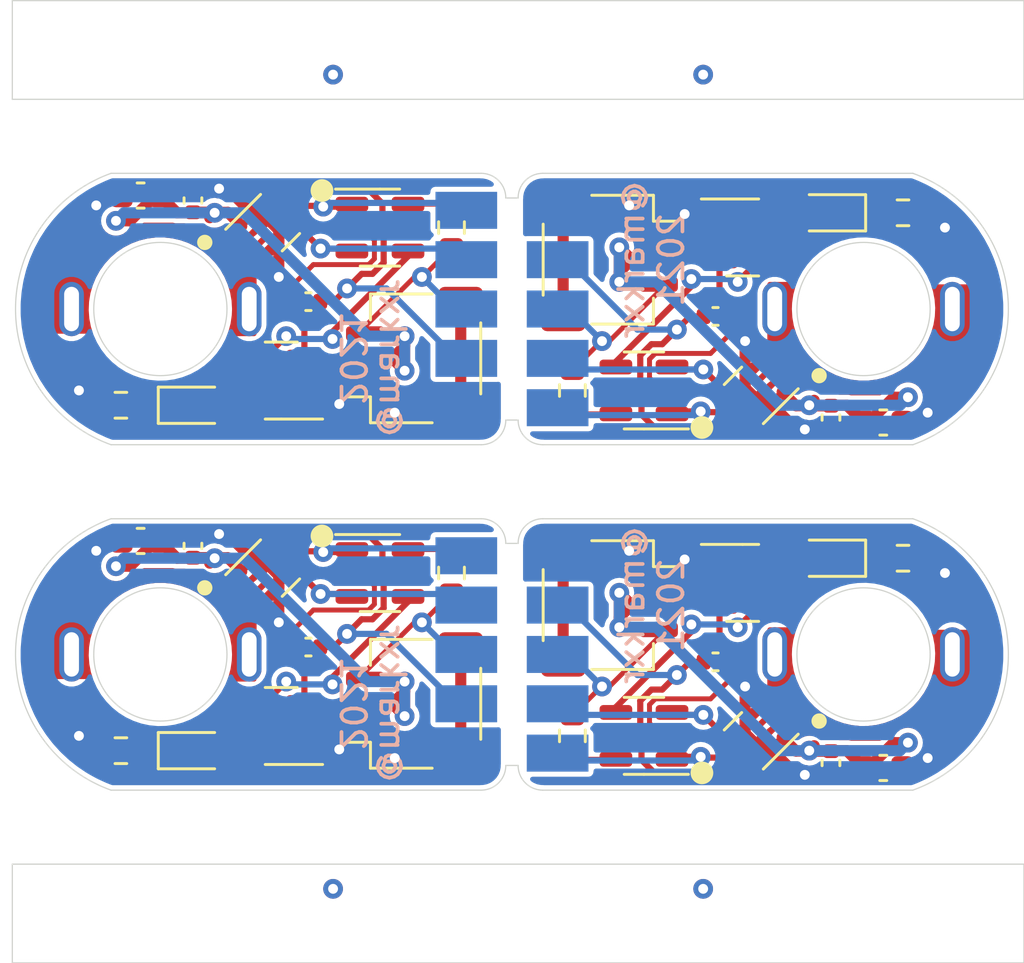
<source format=kicad_pcb>
(kicad_pcb (version 20210126) (generator pcbnew)
  (layers (0 "F.Cu" signal) (31 "B.Cu" signal) (34 "B.Paste" user) (35 "F.Paste" user) (36 "B.SilkS" user "B.Silkscreen") (37 "F.SilkS" user "F.Silkscreen") (38 "B.Mask" user) (39 "F.Mask" user) (44 "Edge.Cuts" user))
  (net 0 "")
  (net 1 "GND")
  (net 2 "VBAT")
  (net 3 "/VLOGIC")
  (net 4 "PWMIN")
  (net 5 "/MOTORF")
  (net 6 "/MOTORR")
  (net 7 "BLINKY")
  (net 8 "Net-(D1-Pad1)")
  (net 9 "/MOTOROUT1")
  (net 10 "/MOTOROUT2")
  (net 11 "/PWMR")
  (footprint "Capacitor_SMD:C_0402_1005Metric" (layer "F.Cu") (at 171.5 113.8)
    (fp_text reference "C3" hide)
    (fp_text value "1uF" hide)
  )
  (footprint "Resistor_SMD:R_0603_1608Metric" (layer "F.Cu") (at 160.8 96.2 90)
    (fp_text reference "R2" hide)
    (fp_text value "1k" hide)
  )
  (footprint "LED_SMD:LED_0603_1608Metric" (layer "F.Cu") (at 176.1 95.6 180)
    (fp_text reference "D1" hide)
    (fp_text value "LED" hide)
  )
  (footprint "motorback:drv8837_custom" (layer "F.Cu") (at 173 117 -135)
    (fp_text reference "U1" hide)
    (fp_text value "DRV8837DSGR" hide)
  )
  (footprint "motorback:drv8837_custom" (layer "F.Cu") (at 153.5 110 45)
    (fp_text reference "U1" hide)
    (fp_text value "DRV8837DSGR" hide)
  )
  (footprint "motorback:motorpad" (layer "F.Cu") (at 174.1 99.5 180)
    (fp_text reference "J3" hide)
    (fp_text value "Conn_01x01_Male" hide)
  )
  (footprint "Resistor_SMD:R_0603_1608Metric" (layer "F.Cu") (at 179.1 109.6 180)
    (fp_text reference "R1" hide)
    (fp_text value "1k" hide)
  )
  (footprint "motorback:motorpad" (layer "F.Cu") (at 152.4 99.5)
    (fp_text reference "J3" hide)
    (fp_text value "Conn_01x01_Male" hide)
  )
  (footprint "motorback:drv8837_custom" (layer "F.Cu") (at 173 103 -135)
    (fp_text reference "U1" hide)
    (fp_text value "DRV8837DSGR" hide)
  )
  (footprint "Capacitor_SMD:C_0603_1608Metric" (layer "F.Cu") (at 148.2 108.9 180)
    (fp_text reference "C1" hide)
    (fp_text value "10uF" hide)
  )
  (footprint "Capacitor_SMD:C_0402_1005Metric" (layer "F.Cu") (at 176.18 117.9 -90)
    (fp_text reference "C2" hide)
    (fp_text value "1uF" hide)
  )
  (footprint "motorback:motorpad" (layer "F.Cu") (at 174.1 113.5 180)
    (fp_text reference "J3" hide)
    (fp_text value "Conn_01x01_Male" hide)
  )
  (footprint "Capacitor_SMD:C_0603_1608Metric" (layer "F.Cu") (at 148.2 94.9 180)
    (fp_text reference "C1" hide)
    (fp_text value "10uF" hide)
  )
  (footprint "Resistor_SMD:R_0603_1608Metric" (layer "F.Cu") (at 147.4 117.4)
    (fp_text reference "R1" hide)
    (fp_text value "1k" hide)
  )
  (footprint "Resistor_SMD:R_0603_1608Metric" (layer "F.Cu") (at 160.8 110.2 90)
    (fp_text reference "R2" hide)
    (fp_text value "1k" hide)
  )
  (footprint "Package_TO_SOT_SMD:SOT-23-6" (layer "F.Cu") (at 157.9 96.2)
    (fp_text reference "U2" hide)
    (fp_text value "ATtiny4-TS" hide)
  )
  (footprint "Capacitor_SMD:C_0402_1005Metric" (layer "F.Cu") (at 155 99.2 180)
    (fp_text reference "C3" hide)
    (fp_text value "1uF" hide)
  )
  (footprint "motorback:motorpad" (layer "F.Cu") (at 180.9 99.5 180)
    (fp_text reference "J2" hide)
    (fp_text value "Conn_01x01_Male" hide)
  )
  (footprint "Resistor_SMD:R_0603_1608Metric" (layer "F.Cu") (at 165.7 116.8 -90)
    (fp_text reference "R2" hide)
    (fp_text value "1k" hide)
  )
  (footprint "Package_TO_SOT_SMD:SOT-23" (layer "F.Cu") (at 153.9 102.4 180)
    (fp_text reference "U3" hide)
    (fp_text value "AIC1734-33GUTR" hide)
  )
  (footprint "Capacitor_SMD:C_0402_1005Metric" (layer "F.Cu") (at 155 113.2 180)
    (fp_text reference "C3" hide)
    (fp_text value "1uF" hide)
  )
  (footprint "Capacitor_SMD:C_0402_1005Metric" (layer "F.Cu") (at 150.32 95.1 90)
    (fp_text reference "C2" hide)
    (fp_text value "1uF" hide)
  )
  (footprint "Capacitor_SMD:C_0402_1005Metric" (layer "F.Cu") (at 150.32 109.1 90)
    (fp_text reference "C2" hide)
    (fp_text value "1uF" hide)
  )
  (footprint "Connector_JST:JST_SH_SM03B-SRSS-TB_1x03-1MP_P1.00mm_Horizontal" (layer "F.Cu") (at 159.3 101.5 90)
    (fp_text reference "J1" hide)
    (fp_text value "Servo wire input" hide)
  )
  (footprint "Package_TO_SOT_SMD:SOT-23" (layer "F.Cu") (at 153.9 116.4 180)
    (fp_text reference "U3" hide)
    (fp_text value "AIC1734-33GUTR" hide)
  )
  (footprint "Package_TO_SOT_SMD:SOT-23" (layer "F.Cu") (at 172.6 96.6)
    (fp_text reference "U3" hide)
    (fp_text value "AIC1734-33GUTR" hide)
  )
  (footprint "motorback:motorpad" (layer "F.Cu") (at 180.9 113.5 180)
    (fp_text reference "J2" hide)
    (fp_text value "Conn_01x01_Male" hide)
  )
  (footprint "Connector_JST:JST_SH_SM03B-SRSS-TB_1x03-1MP_P1.00mm_Horizontal" (layer "F.Cu") (at 167.2 111.5 -90)
    (fp_text reference "J1" hide)
    (fp_text value "Servo wire input" hide)
  )
  (footprint "Capacitor_SMD:C_0603_1608Metric" (layer "F.Cu") (at 178.3 104.1)
    (fp_text reference "C1" hide)
    (fp_text value "10uF" hide)
  )
  (footprint "Package_TO_SOT_SMD:SOT-23" (layer "F.Cu") (at 172.6 110.6)
    (fp_text reference "U3" hide)
    (fp_text value "AIC1734-33GUTR" hide)
  )
  (footprint "Capacitor_SMD:C_0603_1608Metric" (layer "F.Cu") (at 178.3 118.1)
    (fp_text reference "C1" hide)
    (fp_text value "10uF" hide)
  )
  (footprint "LED_SMD:LED_0603_1608Metric" (layer "F.Cu") (at 176.1 109.6 180)
    (fp_text reference "D1" hide)
    (fp_text value "LED" hide)
  )
  (footprint "LED_SMD:LED_0603_1608Metric" (layer "F.Cu") (at 150.4 117.4)
    (fp_text reference "D1" hide)
    (fp_text value "LED" hide)
  )
  (footprint "Resistor_SMD:R_0603_1608Metric" (layer "F.Cu") (at 165.7 102.8 -90)
    (fp_text reference "R2" hide)
    (fp_text value "1k" hide)
  )
  (footprint "Package_TO_SOT_SMD:SOT-23-6" (layer "F.Cu") (at 157.9 110.2)
    (fp_text reference "U2" hide)
    (fp_text value "ATtiny4-TS" hide)
  )
  (footprint "Package_TO_SOT_SMD:SOT-23-6" (layer "F.Cu") (at 168.6 116.8 180)
    (fp_text reference "U2" hide)
    (fp_text value "ATtiny4-TS" hide)
  )
  (footprint "Connector_JST:JST_SH_SM03B-SRSS-TB_1x03-1MP_P1.00mm_Horizontal" (layer "F.Cu") (at 159.3 115.5 90)
    (fp_text reference "J1" hide)
    (fp_text value "Servo wire input" hide)
  )
  (footprint "Package_TO_SOT_SMD:SOT-23-6" (layer "F.Cu") (at 168.6 102.8 180)
    (fp_text reference "U2" hide)
    (fp_text value "ATtiny4-TS" hide)
  )
  (footprint "motorback:motorpad" (layer "F.Cu") (at 145.6 99.5)
    (fp_text reference "J2" hide)
    (fp_text value "Conn_01x01_Male" hide)
  )
  (footprint "motorback:drv8837_custom" (layer "F.Cu") (at 153.5 96 45)
    (fp_text reference "U1" hide)
    (fp_text value "DRV8837DSGR" hide)
  )
  (footprint "Capacitor_SMD:C_0402_1005Metric" (layer "F.Cu") (at 176.18 103.9 -90)
    (fp_text reference "C2" hide)
    (fp_text value "1uF" hide)
  )
  (footprint "Resistor_SMD:R_0603_1608Metric" (layer "F.Cu") (at 147.4 103.4)
    (fp_text reference "R1" hide)
    (fp_text value "1k" hide)
  )
  (footprint "motorback:motorpad" (layer "F.Cu") (at 152.4 113.5)
    (fp_text reference "J3" hide)
    (fp_text value "Conn_01x01_Male" hide)
  )
  (footprint "Capacitor_SMD:C_0402_1005Metric" (layer "F.Cu") (at 171.5 99.8)
    (fp_text reference "C3" hide)
    (fp_text value "1uF" hide)
  )
  (footprint "motorback:motorpad" (layer "F.Cu") (at 145.6 113.5)
    (fp_text reference "J2" hide)
    (fp_text value "Conn_01x01_Male" hide)
  )
  (footprint "Connector_JST:JST_SH_SM03B-SRSS-TB_1x03-1MP_P1.00mm_Horizontal" (layer "F.Cu") (at 167.2 97.5 -90)
    (fp_text reference "J1" hide)
    (fp_text value "Servo wire input" hide)
  )
  (footprint "LED_SMD:LED_0603_1608Metric" (layer "F.Cu") (at 150.4 103.4)
    (fp_text reference "D1" hide)
    (fp_text value "LED" hide)
  )
  (footprint "Resistor_SMD:R_0603_1608Metric" (layer "F.Cu") (at 179.1 95.6 180)
    (fp_text reference "R1" hide)
    (fp_text value "1k" hide)
  )
  (footprint "motorback:pogopins_5" (layer "B.Cu") (at 161.4 113.5 90)
    (fp_text reference "J4" hide)
    (fp_text value "prog_pins" hide)
  )
  (footprint "motorback:pogopins_5" (layer "B.Cu") (at 161.4 99.5 90)
    (fp_text reference "J4" hide)
    (fp_text value "prog_pins" hide)
  )
  (footprint "motorback:pogopins_5" (layer "B.Cu") (at 165.1 113.5 -90)
    (fp_text reference "J4" hide)
    (fp_text value "prog_pins" hide)
  )
  (footprint "motorback:pogopins_5" (layer "B.Cu") (at 165.1 99.5 -90)
    (fp_text reference "J4" hide)
    (fp_text value "prog_pins" hide)
  )
  (gr_circle (center 155.55 94.7) (end 155.95 94.7) (layer "F.SilkS") (width 0.12) (fill solid))
  (gr_circle (center 175.7 102.2) (end 175.45 102.2) (layer "F.SilkS") (width 0.12) (fill solid))
  (gr_circle (center 150.8 110.8) (end 151.05 110.8) (layer "F.SilkS") (width 0.12) (fill solid))
  (gr_circle (center 175.7 116.2) (end 175.45 116.2) (layer "F.SilkS") (width 0.12) (fill solid))
  (gr_circle (center 155.55 108.7) (end 155.95 108.7) (layer "F.SilkS") (width 0.12) (fill solid))
  (gr_circle (center 170.95 118.3) (end 170.55 118.3) (layer "F.SilkS") (width 0.12) (fill solid))
  (gr_circle (center 150.8 96.8) (end 151.05 96.8) (layer "F.SilkS") (width 0.12) (fill solid))
  (gr_circle (center 170.95 104.3) (end 170.55 104.3) (layer "F.SilkS") (width 0.12) (fill solid))
  (gr_line (start 163 118) (end 163.5 118) (layer "Edge.Cuts") (width 0.05))
  (gr_line (start 179.5 108) (end 164.5 108) (layer "Edge.Cuts") (width 0.05))
  (gr_arc (start 164.5 104) (end 163.5 104) (angle -90) (layer "Edge.Cuts") (width 0.05))
  (gr_line (start 163 109) (end 163.5 109) (layer "Edge.Cuts") (width 0.05))
  (gr_arc (start 162 109) (end 163 109) (angle -90) (layer "Edge.Cuts") (width 0.05))
  (gr_line (start 184 91) (end 143 91) (layer "Edge.Cuts") (width 0.05))
  (gr_line (start 179.5 94) (end 164.5 94) (layer "Edge.Cuts") (width 0.05))
  (gr_line (start 179.5 119) (end 164.5 119) (layer "Edge.Cuts") (width 0.05))
  (gr_line (start 147 108) (end 162 108) (layer "Edge.Cuts") (width 0.05))
  (gr_circle (center 177.5 113.5) (end 174.8 113.5) (layer "Edge.Cuts") (width 0.05) (fill none))
  (gr_circle (center 177.5 99.5) (end 174.8 99.5) (layer "Edge.Cuts") (width 0.05) (fill none))
  (gr_line (start 184 126) (end 143 126) (layer "Edge.Cuts") (width 0.05))
  (gr_arc (start 162 95) (end 163 95) (angle -90) (layer "Edge.Cuts") (width 0.05))
  (gr_line (start 163 95) (end 163.5 95) (layer "Edge.Cuts") (width 0.05))
  (gr_arc (start 164.5 109) (end 164.5 108) (angle -90) (layer "Edge.Cuts") (width 0.05))
  (gr_line (start 143 122) (end 184 122) (layer "Edge.Cuts") (width 0.05))
  (gr_line (start 143 91) (end 143 87) (layer "Edge.Cuts") (width 0.05))
  (gr_circle (center 149 113.5) (end 151.7 113.5) (layer "Edge.Cuts") (width 0.05) (fill none))
  (gr_arc (start 164.5 118) (end 163.5 118) (angle -90) (layer "Edge.Cuts") (width 0.05))
  (gr_line (start 184 87) (end 184 91) (layer "Edge.Cuts") (width 0.05))
  (gr_line (start 147 105) (end 162 105) (layer "Edge.Cuts") (width 0.05))
  (gr_circle (center 149 99.5) (end 151.7 99.5) (layer "Edge.Cuts") (width 0.05) (fill none))
  (gr_arc (start 164.5 95) (end 164.5 94) (angle -90) (layer "Edge.Cuts") (width 0.05))
  (gr_arc (start 162 118) (end 162 119) (angle -90) (layer "Edge.Cuts") (width 0.05))
  (gr_arc (start 148.972702 99.5) (end 147 94) (angle -140.5369116) (layer "Edge.Cuts") (width 0.05))
  (gr_arc (start 148.972702 113.5) (end 147 108) (angle -140.5369116) (layer "Edge.Cuts") (width 0.05))
  (gr_arc (start 162 104) (end 162 105) (angle -90) (layer "Edge.Cuts") (width 0.05))
  (gr_line (start 179.5 105) (end 164.5 105) (layer "Edge.Cuts") (width 0.05))
  (gr_line (start 147 119) (end 162 119) (layer "Edge.Cuts") (width 0.05))
  (gr_line (start 143 87) (end 184 87) (layer "Edge.Cuts") (width 0.05))
  (gr_line (start 163 104) (end 163.5 104) (layer "Edge.Cuts") (width 0.05))
  (gr_arc (start 177.527298 113.5) (end 179.5 119) (angle -140.5369116) (layer "Edge.Cuts") (width 0.05))
  (gr_line (start 147 94) (end 162 94) (layer "Edge.Cuts") (width 0.05))
  (gr_line (start 143 126) (end 143 122) (layer "Edge.Cuts") (width 0.05))
  (gr_arc (start 177.527298 99.5) (end 179.5 105) (angle -140.5369116) (layer "Edge.Cuts") (width 0.05))
  (gr_line (start 184 122) (end 184 126) (layer "Edge.Cuts") (width 0.05))
  (gr_text "@markxr\n2021" (at 168.9 111.5 90) (layer "B.SilkS") (effects (font (size 1 1)) (justify mirror)))
  (gr_text "@markxr\n2021" (at 157.6 115.5 270) (layer "B.SilkS") (effects (font (size 1 1)) (justify mirror)))
  (gr_text "@markxr\n2021" (at 168.9 97.5 90) (layer "B.SilkS") (effects (font (size 1 1)) (justify mirror)))
  (gr_text "@markxr\n2021" (at 157.6 101.5 270) (layer "B.SilkS") (effects (font (size 1 1)) (justify mirror)))
  (via (at 171 90) (size 0.8) (drill 0.4) (layers "F.Cu" "B.Cu") (net 0))
  (via (at 156 90) (size 0.8) (drill 0.4) (layers "F.Cu" "B.Cu") (net 0))
  (via (at 156 123) (size 0.8) (drill 0.4) (layers "F.Cu" "B.Cu") (net 0))
  (via (at 171 123) (size 0.8) (drill 0.4) (layers "F.Cu" "B.Cu") (net 0))
  (segment (start 153.8 110.3) (end 153.8 110.760661) (width 0.45) (layer "F.Cu") (net 1))
  (segment (start 169.059306 115.29998) (end 171.30002 115.29998) (width 0.2) (layer "F.Cu") (net 1))
  (segment (start 172.7 116.239339) (end 172.7 114.8) (width 0.45) (layer "F.Cu") (net 1))
  (segment (start 161.175 113.2) (end 161.175 117.8) (width 0.45) (layer "F.Cu") (net 1))
  (segment (start 172.7 102.239339) (end 172.7 100.8) (width 0.45) (layer "F.Cu") (net 1))
  (segment (start 168.82498 101.534306) (end 169.059306 101.29998) (width 0.2) (layer "F.Cu") (net 1))
  (segment (start 150.32 108.62) (end 151.38 108.62) (width 0.45) (layer "F.Cu") (net 1))
  (segment (start 169.059306 101.29998) (end 171.30002 101.29998) (width 0.2) (layer "F.Cu") (net 1))
  (segment (start 165.325 113.8) (end 165.325 109.2) (width 0.45) (layer "F.Cu") (net 1))
  (segment (start 167.3 95.2) (end 165.325 95.2) (width 0.45) (layer "F.Cu") (net 1))
  (segment (start 179.075 104.1) (end 179.7 104.1) (width 0.45) (layer "F.Cu") (net 1))
  (segment (start 179.925 109.6) (end 180.2 109.6) (width 0.45) (layer "F.Cu") (net 1))
  (segment (start 146.3 103.4) (end 145.7 102.8) (width 0.45) (layer "F.Cu") (net 1))
  (segment (start 172.7 116.7) (end 172.7 116.239339) (width 0.45) (layer "F.Cu") (net 1))
  (segment (start 146.575 117.4) (end 146.3 117.4) (width 0.45) (layer "F.Cu") (net 1))
  (segment (start 153.8 110.760661) (end 153.358579 111.202082) (width 0.45) (layer "F.Cu") (net 1))
  (segment (start 154.8375 117.35) (end 156.25 117.35) (width 0.45) (layer "F.Cu") (net 1))
  (segment (start 153.8 110.3) (end 153.8 110.7) (width 0.45) (layer "F.Cu") (net 1))
  (segment (start 153.8 96.3) (end 153.8 96.7) (width 0.45) (layer "F.Cu") (net 1))
  (segment (start 150.32 94.62) (end 151.38 94.62) (width 0.45) (layer "F.Cu") (net 1))
  (segment (start 165.325 99.8) (end 165.325 95.2) (width 0.45) (layer "F.Cu") (net 1))
  (segment (start 179.925 95.6) (end 180.2 95.6) (width 0.45) (layer "F.Cu") (net 1))
  (segment (start 157.1625 96.2) (end 157.67502 96.71252) (width 0.2) (layer "F.Cu") (net 1))
  (segment (start 172 113.82) (end 171.98 113.8) (width 0.2) (layer "F.Cu") (net 1))
  (segment (start 155.19998 111.70002) (end 154.5 112.4) (width 0.2) (layer "F.Cu") (net 1))
  (segment (start 153.8 96.760661) (end 153.358579 97.202082) (width 0.45) (layer "F.Cu") (net 1))
  (segment (start 146.575 103.4) (end 146.3 103.4) (width 0.45) (layer "F.Cu") (net 1))
  (segment (start 154.5 113.18) (end 154.52 113.2) (width 0.2) (layer "F.Cu") (net 1))
  (segment (start 168.82498 116.28748) (end 168.82498 115.534306) (width 0.2) (layer "F.Cu") (net 1))
  (segment (start 151.38 94.62) (end 151.72 94.62) (width 0.45) (layer "F.Cu") (net 1))
  (segment (start 157.67502 96.71252) (end 157.67502 97.465694) (width 0.2) (layer "F.Cu") (net 1))
  (segment (start 169.3375 102.8) (end 168.82498 102.28748) (width 0.2) (layer "F.Cu") (net 1))
  (segment (start 157.67502 111.465694) (end 157.440694 111.70002) (width 0.2) (layer "F.Cu") (net 1))
  (segment (start 172.7 102.7) (end 172.7 102.239339) (width 0.45) (layer "F.Cu") (net 1))
  (segment (start 167.9 95.2) (end 165.325 95.2) (width 0.45) (layer "F.Cu") (net 1))
  (segment (start 172 99.82) (end 171.98 99.8) (width 0.2) (layer "F.Cu") (net 1))
  (segment (start 154.5 98.4) (end 154.5 99.18) (width 0.2) (layer "F.Cu") (net 1))
  (segment (start 169.3375 116.8) (end 168.82498 116.28748) (width 0.2) (layer "F.Cu") (net 1))
  (segment (start 176.18 118.38) (end 175.12 118.38) (width 0.45) (layer "F.Cu") (net 1))
  (segment (start 146.8 94.9) (end 146.4 95.3) (width 0.45) (layer "F.Cu") (net 1))
  (segment (start 173.282843 103.282843) (end 172.7 102.7) (width 0.45) (layer "F.Cu") (net 1))
  (segment (start 170.25 95.65) (end 170.05 95.65) (width 0.45) (layer "F.Cu") (net 1))
  (segment (start 167.9 109.2) (end 165.325 109.2) (width 0.45) (layer "F.Cu") (net 1))
  (segment (start 179.7 104.1) (end 180.1 103.7) (width 0.45) (layer "F.Cu") (net 1))
  (segment (start 146.8 108.9) (end 146.4 109.3) (width 0.45) (layer "F.Cu") (net 1))
  (segment (start 171.6625 109.65) (end 170.25 109.65) (width 0.45) (layer "F.Cu") (net 1))
  (segment (start 172 114.6) (end 172.5 114.6) (width 0.2) (layer "F.Cu") (net 1))
  (segment (start 171.30002 101.29998) (end 172 100.6) (width 0.2) (layer "F.Cu") (net 1))
  (segment (start 167.3 109.2) (end 165.325 109.2) (width 0.45) (layer "F.Cu") (net 1))
  (segment (start 157.3 116.5) (end 158.5 117.7) (width 0.45) (layer "F.Cu") (net 1))
  (segment (start 159.2 117.8) (end 161.175 117.8) (width 0.45) (layer "F.Cu") (net 1))
  (segment (start 156.45 103.35) (end 157.3 102.5) (width 0.45) (layer "F.Cu") (net 1))
  (segment (start 168.82498 115.534306) (end 169.059306 115.29998) (width 0.2) (layer "F.Cu") (net 1))
  (segment (start 158.5 117.7) (end 158.6 117.8) (width 0.45) (layer "F.Cu") (net 1))
  (segment (start 172.7 102.239339) (end 173.141421 101.797918) (width 0.45) (layer "F.Cu") (net 1))
  (segment (start 155.19998 97.70002) (end 154.5 98.4) (width 0.2) (layer "F.Cu") (net 1))
  (segment (start 153.217157 95.717157) (end 153.8 96.3) (width 0.45) (layer "F.Cu") (net 1))
  (segment (start 153.217157 109.717157) (end 153.8 110.3) (width 0.45) (layer "F.Cu") (net 1))
  (segment (start 157.3 102.5) (end 158.5 103.7) (width 0.45) (layer "F.Cu") (net 1))
  (segment (start 156.45 117.35) (end 157.3 116.5) (width 0.45) (layer "F.Cu") (net 1))
  (segment (start 156.25 103.35) (end 156.45 103.35) (width 0.45) (layer "F.Cu") (net 1))
  (segment (start 161.175 99.2) (end 161.175 103.8) (width 0.45) (layer "F.Cu") (net 1))
  (segment (start 153.8 96.760661) (end 153.8 98.2) (width 0.45) (layer "F.Cu") (net 1))
  (segment (start 172.7 102.7) (end 172.7 102.3) (width 0.45) (layer "F.Cu") (net 1))
  (segment (start 171.6625 95.65) (end 170.25 95.65) (width 0.45) (layer "F.Cu") (net 1))
  (segment (start 154 98.4) (end 153.8 98.2) (width 0.2) (layer "F.Cu") (net 1))
  (segment (start 170.05 95.65) (end 169.2 96.5) (width 0.45) (layer "F.Cu") (net 1))
  (segment (start 157.440694 97.70002) (end 155.19998 97.70002) (width 0.2) (layer "F.Cu") (net 1))
  (segment (start 179.7 118.1) (end 180.1 117.7) (width 0.45) (layer "F.Cu") (net 1))
  (segment (start 168 95.3) (end 167.9 95.2) (width 0.45) (layer "F.Cu") (net 1))
  (segment (start 179.075 118.1) (end 179.7 118.1) (width 0.45) (layer "F.Cu") (net 1))
  (segment (start 153.8 110.760661) (end 153.8 112.2) (width 0.45) (layer "F.Cu") (net 1))
  (segment (start 158.6 103.8) (end 161.175 103.8) (width 0.45) (layer "F.Cu") (net 1))
  (segment (start 156.25 117.35) (end 156.45 117.35) (width 0.45) (layer "F.Cu") (net 1))
  (segment (start 172.7 116.7) (end 172.7 116.3) (width 0.45) (layer "F.Cu") (net 1))
  (segment (start 171.30002 115.29998) (end 172 114.6) (width 0.2) (layer "F.Cu") (net 1))
  (segment (start 159.2 103.8) (end 161.175 103.8) (width 0.45) (layer "F.Cu") (net 1))
  (segment (start 154.8375 103.35) (end 156.25 103.35) (width 0.45) (layer "F.Cu") (net 1))
  (segment (start 175.12 118.38) (end 174.78 118.38) (width 0.45) (layer "F.Cu") (net 1))
  (segment (start 157.1625 110.2) (end 157.67502 110.71252) (width 0.2) (layer "F.Cu") (net 1))
  (segment (start 154 112.4) (end 153.8 112.2) (width 0.2) (layer "F.Cu") (net 1))
  (segment (start 147.425 108.9) (end 146.8 108.9) (width 0.45) (layer "F.Cu") (net 1))
  (segment (start 174.78 118.38) (end 173.782843 117.382843) (width 0.45) (layer "F.Cu") (net 1))
  (segment (start 175.12 104.38) (end 174.78 104.38) (width 0.45) (layer "F.Cu") (net 1))
  (segment (start 157.440694 111.70002) (end 155.19998 111.70002) (width 0.2) (layer "F.Cu") (net 1))
  (segment (start 180.2 95.6) (end 180.8 96.2) (width 0.45) (layer "F.Cu") (net 1))
  (segment (start 172 100.6) (end 172.5 100.6) (width 0.2) (layer "F.Cu") (net 1))
  (segment (start 146.3 117.4) (end 145.7 116.8) (width 0.45) (layer "F.Cu") (net 1))
  (segment (start 151.72 94.62) (end 152.717157 95.617157) (width 0.45) (layer "F.Cu") (net 1))
  (segment (start 170.25 109.65) (end 170.05 109.65) (width 0.45) (layer "F.Cu") (net 1))
  (segment (start 154.5 99.18) (end 154.52 99.2) (width 0.2) (layer "F.Cu") (net 1))
  (segment (start 158.5 103.7) (end 158.6 103.8) (width 0.45) (layer "F.Cu") (net 1))
  (segment (start 180.2 109.6) (end 180.8 110.2) (width 0.45) (layer "F.Cu") (net 1))
  (segment (start 168.82498 102.28748) (end 168.82498 101.534306) (width 0.2) (layer "F.Cu") (net 1))
  (segment (start 151.72 108.62) (end 152.717157 109.617157) (width 0.45) (layer "F.Cu") (net 1))
  (segment (start 172 114.6) (end 172 113.82) (width 0.2) (layer "F.Cu") (net 1))
  (segment (start 157.67502 110.71252) (end 157.67502 111.465694) (width 0.2) (layer "F.Cu") (net 1))
  (segment (start 173.282843 117.282843) (end 172.7 116.7) (width 0.45) (layer "F.Cu") (net 1))
  (segment (start 151.38 108.62) (end 151.72 108.62) (width 0.45) (layer "F.Cu") (net 1))
  (segment (start 154.5 112.4) (end 154 112.4) (width 0.2) (layer "F.Cu") (net 1))
  (segment (start 169.2 96.5) (end 168 95.3) (width 0.45) (layer "F.Cu") (net 1))
  (segment (start 147.425 94.9) (end 146.8 94.9) (width 0.45) (layer "F.Cu") (net 1))
  (segment (start 172.5 100.6) (end 172.7 100.8) (width 0.2) (layer "F.Cu") (net 1))
  (segment (start 170.05 109.65) (end 169.2 110.5) (width 0.45) (layer "F.Cu") (net 1))
  (segment (start 169.2 110.5) (end 168 109.3) (width 0.45) (layer "F.Cu") (net 1))
  (segment (start 176.18 104.38) (end 175.12 104.38) (width 0.45) (layer "F.Cu") (net 1))
  (segment (start 153.8 96.3) (end 153.8 96.760661) (width 0.45) (layer "F.Cu") (net 1))
  (segment (start 158.6 117.8) (end 161.175 117.8) (width 0.45) (layer "F.Cu") (net 1))
  (segment (start 172.7 116.239339) (end 173.141421 115.797918) (width 0.45) (layer "F.Cu") (net 1))
  (segment (start 154.5 112.4) (end 154.5 113.18) (width 0.2) (layer "F.Cu") (net 1))
  (segment (start 172 100.6) (end 172 99.82) (width 0.2) (layer "F.Cu") (net 1))
  (segment (start 174.78 104.38) (end 173.782843 103.382843) (width 0.45) (layer "F.Cu") (net 1))
  (segment (start 157.67502 97.465694) (end 157.440694 97.70002) (width 0.2) (layer "F.Cu") (net 1))
  (segment (start 154.5 98.4) (end 154 98.4) (width 0.2) (layer "F.Cu") (net 1))
  (segment (start 168 109.3) (end 167.9 109.2) (width 0.45) (layer "F.Cu") (net 1))
  (segment (start 172.5 114.6) (end 172.7 114.8) (width 0.2) (layer "F.Cu") (net 1))
  (via (at 158.5 103.7) (size 0.8) (drill 0.4) (layers "F.Cu" "B.Cu") (net 1))
  (via (at 172.7 114.8) (size 0.8) (drill 0.4) (layers "F.Cu" "B.Cu") (net 1))
  (via (at 168 109.3) (size 0.8) (drill 0.4) (layers "F.Cu" "B.Cu") (net 1))
  (via (at 175.12 104.38) (size 0.8) (drill 0.4) (layers "F.Cu" "B.Cu") (net 1))
  (via (at 151.38 94.62) (size 0.8) (drill 0.4) (layers "F.Cu" "B.Cu") (net 1))
  (via (at 170.25 109.65) (size 0.8) (drill 0.4) (layers "F.Cu" "B.Cu") (net 1))
  (via (at 153.8 112.2) (size 0.8) (drill 0.4) (layers "F.Cu" "B.Cu") (net 1))
  (via (at 146.4 95.3) (size 0.8) (drill 0.4) (layers "F.Cu" "B.Cu") (net 1))
  (via (at 156.25 117.35) (size 0.8) (drill 0.4) (layers "F.Cu" "B.Cu") (net 1))
  (via (at 151.38 108.62) (size 0.8) (drill 0.4) (layers "F.Cu" "B.Cu") (net 1))
  (via (at 145.7 116.8) (size 0.8) (drill 0.4) (layers "F.Cu" "B.Cu") (net 1))
  (via (at 145.7 102.8) (size 0.8) (drill 0.4) (layers "F.Cu" "B.Cu") (net 1))
  (via (at 172.7 100.8) (size 0.8) (drill 0.4) (layers "F.Cu" "B.Cu") (net 1))
  (via (at 168 95.3) (size 0.8) (drill 0.4) (layers "F.Cu" "B.Cu") (net 1))
  (via (at 158.5 117.7) (size 0.8) (drill 0.4) (layers "F.Cu" "B.Cu") (net 1))
  (via (at 146.4 109.3) (size 0.8) (drill 0.4) (layers "F.Cu" "B.Cu") (net 1))
  (via (at 180.8 110.2) (size 0.8) (drill 0.4) (layers "F.Cu" "B.Cu") (net 1))
  (via (at 170.25 95.65) (size 0.8) (drill 0.4) (layers "F.Cu" "B.Cu") (net 1))
  (via (at 180.8 96.2) (size 0.8) (drill 0.4) (layers "F.Cu" "B.Cu") (net 1))
  (via (at 156.25 103.35) (size 0.8) (drill 0.4) (layers "F.Cu" "B.Cu") (net 1))
  (via (at 180.1 117.7) (size 0.8) (drill 0.4) (layers "F.Cu" "B.Cu") (net 1))
  (via (at 153.8 98.2) (size 0.8) (drill 0.4) (layers "F.Cu" "B.Cu") (net 1))
  (via (at 180.1 103.7) (size 0.8) (drill 0.4) (layers "F.Cu" "B.Cu") (net 1))
  (via (at 175.12 118.38) (size 0.8) (drill 0.4) (layers "F.Cu" "B.Cu") (net 1))
  (segment (start 150.32 109.58) (end 151.18 109.58) (width 0.45) (layer "F.Cu") (net 2))
  (segment (start 158.9 116) (end 158.4 115.5) (width 0.45) (layer "F.Cu") (net 2))
  (segment (start 147.20018 95.925012) (end 147.325192 95.8) (width 0.45) (layer "F.Cu") (net 2))
  (segment (start 177.7 104.1) (end 177.525 104.1) (width 0.45) (layer "F.Cu") (net 2))
  (segment (start 178.725012 117.074988) (end 177.7 118.1) (width 0.45) (layer "F.Cu") (net 2))
  (segment (start 179.29982 117.074988) (end 179.174808 117.2) (width 0.45) (layer "F.Cu") (net 2))
  (segment (start 158.9 114.675) (end 158.9 114.6) (width 0.45) (layer "F.Cu") (net 2))
  (segment (start 178.725012 103.074988) (end 177.7 104.1) (width 0.45) (layer "F.Cu") (net 2))
  (segment (start 147.20018 109.925012) (end 147.774988 109.925012) (width 0.45) (layer "F.Cu") (net 2))
  (segment (start 173.5375 96.6) (end 170.61749 96.6) (width 0.45) (layer "F.Cu") (net 2))
  (segment (start 148.975 94.9) (end 149.675 95.6) (width 0.45) (layer "F.Cu") (net 2))
  (segment (start 156.78251 115.5) (end 157.3 115.5) (width 0.45) (layer "F.Cu") (net 2))
  (segment (start 169.71749 111.5) (end 169.2 111.5) (width 0.45) (layer "F.Cu") (net 2))
  (segment (start 152.9625 102.4) (end 155.88251 102.4) (width 0.45) (layer "F.Cu") (net 2))
  (segment (start 168.1 111.5) (end 167.6 112) (width 0.45) (layer "F.Cu") (net 2))
  (segment (start 158.4 101.5) (end 158.075 101.5) (width 0.45) (layer "F.Cu") (net 2))
  (segment (start 148.8 108.9) (end 148.975 108.9) (width 0.45) (layer "F.Cu") (net 2))
  (segment (start 158.4 101.5) (end 158.9 101) (width 0.45) (layer "F.Cu") (net 2))
  (segment (start 147.774988 109.925012) (end 148.8 108.9) (width 0.45) (layer "F.Cu") (net 2))
  (segment (start 169.71749 97.5) (end 169.2 97.5) (width 0.45) (layer "F.Cu") (net 2))
  (segment (start 170.61749 96.6) (end 169.71749 97.5) (width 0.45) (layer "F.Cu") (net 2))
  (segment (start 149.675 109.6) (end 151.2 109.6) (width 0.45) (layer "F.Cu") (net 2))
  (segment (start 173.5375 110.6) (end 170.61749 110.6) (width 0.45) (layer "F.Cu") (net 2))
  (segment (start 155.88251 102.4) (end 156.78251 101.5) (width 0.45) (layer "F.Cu") (net 2))
  (segment (start 175.5 103.2) (end 175.3 103.4) (width 0.45) (layer "F.Cu") (net 2))
  (segment (start 150.32 95.58) (end 151.736497 95.58) (width 0.45) (layer "F.Cu") (net 2))
  (segment (start 149.675 95.6) (end 151.2 95.6) (width 0.45) (layer "F.Cu") (net 2))
  (segment (start 158.4 115.5) (end 157.3 115.5) (width 0.45) (layer "F.Cu") (net 2))
  (segment (start 168.1 97.5) (end 167.6 98) (width 0.45) (layer "F.Cu") (net 2))
  (segment (start 168.1 111.5) (end 168.425 111.5) (width 0.45) (layer "F.Cu") (net 2))
  (segment (start 158.4 115.5) (end 158.075 115.5) (width 0.45) (layer "F.Cu") (net 2))
  (segment (start 170.61749 110.6) (end 169.71749 111.5) (width 0.45) (layer "F.Cu") (net 2))
  (segment (start 176.18 117.42) (end 174.763503 117.42) (width 0.45) (layer "F.Cu") (net 2))
  (segment (start 167.6 98.325) (end 167.6 98.4) (width 0.45) (layer "F.Cu") (net 2))
  (segment (start 150.32 109.58) (end 151.736497 109.58) (width 0.45) (layer "F.Cu") (net 2))
  (segment (start 176.18 103.42) (end 174.763503 103.42) (width 0.45) (layer "F.Cu") (net 2))
  (segment (start 167.6 97) (end 167.6 98.4) (width 0.45) (layer "F.Cu") (net 2))
  (segment (start 151.736497 109.58) (end 152.297918 110.141421) (width 0.45) (layer "F.Cu") (net 2))
  (segment (start 174.763503 103.42) (end 174.202082 102.858579) (width 0.45) (layer "F.Cu") (net 2))
  (segment (start 168.1 111.5) (end 169.2 111.5) (width 0.45) (layer "F.Cu") (net 2))
  (segment (start 168.1 97.5) (end 169.2 97.5) (width 0.45) (layer "F.Cu") (net 2))
  (segment (start 177.7 118.1) (end 177.525 118.1) (width 0.45) (layer "F.Cu") (net 2))
  (segment (start 151.18 95.58) (end 151.2 95.6) (width 0.45) (layer "F.Cu") (net 2))
  (segment (start 148.8 94.9) (end 148.975 94.9) (width 0.45) (layer "F.Cu") (net 2))
  (segment (start 179.29982 103.074988) (end 178.725012 103.074988) (width 0.45) (layer "F.Cu") (net 2))
  (segment (start 176.825 103.4) (end 175.3 103.4) (width 0.45) (layer "F.Cu") (net 2))
  (segment (start 158.9 102) (end 158.4 101.5) (width 0.45) (layer "F.Cu") (net 2))
  (segment (start 147.20018 95.925012) (end 147.774988 95.925012) (width 0.45) (layer "F.Cu") (net 2))
  (segment (start 158.9 116) (end 158.9 114.6) (width 0.45) (layer "F.Cu") (net 2))
  (segment (start 151.18 109.58) (end 151.2 109.6) (width 0.45) (layer "F.Cu") (net 2))
  (segment (start 147.774988 95.925012) (end 148.8 94.9) (width 0.45) (layer "F.Cu") (net 2))
  (segment (start 151 109.8) (end 151.2 109.6) (width 0.45) (layer "F.Cu") (net 2))
  (segment (start 176.825 117.4) (end 175.3 117.4) (width 0.45) (layer "F.Cu") (net 2))
  (segment (start 167.6 111) (end 167.6 112.4) (width 0.45) (layer "F.Cu") (net 2))
  (segment (start 158.9 102) (end 158.9 100.6) (width 0.45) (layer "F.Cu") (net 2))
  (segment (start 179.29982 117.074988) (end 178.725012 117.074988) (width 0.45) (layer "F.Cu") (net 2))
  (segment (start 177.525 104.1) (end 176.825 103.4) (width 0.45) (layer "F.Cu") (net 2))
  (segment (start 147.20018 109.925012) (end 147.325192 109.8) (width 0.45) (layer "F.Cu") (net 2))
  (segment (start 151 95.8) (end 151.2 95.6) (width 0.45) (layer "F.Cu") (net 2))
  (segment (start 175.32 117.42) (end 175.3 117.4) (width 0.45) (layer "F.Cu") (net 2))
  (segment (start 158.4 115.5) (end 158.9 115) (width 0.45) (layer "F.Cu") (net 2))
  (segment (start 148.975 108.9) (end 149.675 109.6) (width 0.45) (layer "F.Cu") (net 2))
  (segment (start 175.32 103.42) (end 175.3 103.4) (width 0.45) (layer "F.Cu") (net 2))
  (segment (start 167.6 112) (end 167.6 112.4) (width 0.45) (layer "F.Cu") (net 2))
  (segment (start 176.18 117.42) (end 175.32 117.42) (width 0.45) (layer "F.Cu") (net 2))
  (segment (start 167.6 97) (end 168.1 97.5) (width 0.45) (layer "F.Cu") (net 2))
  (segment (start 179.29982 103.074988) (end 179.174808 103.2) (width 0.45) (layer "F.Cu") (net 2))
  (segment (start 158.9 115) (end 158.9 114.6) (width 0.45) (layer "F.Cu") (net 2))
  (segment (start 158.4 101.5) (end 157.3 101.5) (width 0.45) (layer "F.Cu") (net 2))
  (segment (start 158.9 100.675) (end 158.9 100.6) (width 0.45) (layer "F.Cu") (net 2))
  (segment (start 152.9625 116.4) (end 155.88251 116.4) (width 0.45) (layer "F.Cu") (net 2))
  (segment (start 167.6 112.325) (end 167.6 112.4) (width 0.45) (layer "F.Cu") (net 2))
  (segment (start 175.5 117.2) (end 175.3 117.4) (width 0.45) (layer "F.Cu") (net 2))
  (segment (start 176.18 103.42) (end 175.32 103.42) (width 0.45) (layer "F.Cu") (net 2))
  (segment (start 177.525 118.1) (end 176.825 117.4) (width 0.45) (layer "F.Cu") (net 2))
  (segment (start 158.9 101) (end 158.9 100.6) (width 0.45) (layer "F.Cu") (net 2))
  (segment (start 155.88251 116.4) (end 156.78251 115.5) (width 0.45) (layer "F.Cu") (net 2))
  (segment (start 156.78251 101.5) (end 157.3 101.5) (width 0.45) (layer "F.Cu") (net 2))
  (segment (start 151.736497 95.58) (end 152.297918 96.141421) (width 0.45) (layer "F.Cu") (net 2))
  (segment (start 167.6 111) (end 168.1 111.5) (width 0.45) (layer "F.Cu") (net 2))
  (segment (start 150.32 95.58) (end 151.18 95.58) (width 0.45) (layer "F.Cu") (net 2))
  (segment (start 174.763503 117.42) (end 174.202082 116.858579) (width 0.45) (layer "F.Cu") (net 2))
  (segment (start 168.1 97.5) (end 168.425 97.5) (width 0.45) (layer "F.Cu") (net 2))
  (segment (start 167.6 98) (end 167.6 98.4) (width 0.45) (layer "F.Cu") (net 2))
  (via (at 158.9 116) (size 0.8) (drill 0.4) (layers "F.Cu" "B.Cu") (net 2))
  (via (at 175.3 117.4) (size 0.8) (drill 0.4) (layers "F.Cu" "B.Cu") (net 2))
  (via (at 151.2 95.6) (size 0.8) (drill 0.4) (layers "F.Cu" "B.Cu") (net 2))
  (via (at 167.6 111) (size 0.8) (drill 0.4) (layers "F.Cu" "B.Cu") (net 2))
  (via (at 167.6 98.4) (size 0.8) (drill 0.4) (layers "F.Cu" "B.Cu") (net 2))
  (via (at 147.20018 109.925012) (size 0.8) (drill 0.4) (layers "F.Cu" "B.Cu") (net 2))
  (via (at 175.3 103.4) (size 0.8) (drill 0.4) (layers "F.Cu" "B.Cu") (net 2))
  (via (at 158.9 102) (size 0.8) (drill 0.4) (layers "F.Cu" "B.Cu") (net 2))
  (via (at 167.6 112.4) (size 0.8) (drill 0.4) (layers "F.Cu" "B.Cu") (net 2))
  (via (at 151.2 109.6) (size 0.8) (drill 0.4) (layers "F.Cu" "B.Cu") (net 2))
  (via (at 167.6 97) (size 0.8) (drill 0.4) (layers "F.Cu" "B.Cu") (net 2))
  (via (at 179.29982 103.074988) (size 0.8) (drill 0.4) (layers "F.Cu" "B.Cu") (net 2))
  (via (at 158.9 114.6) (size 0.8) (drill 0.4) (layers "F.Cu" "B.Cu") (net 2))
  (via (at 179.29982 117.074988) (size 0.8) (drill 0.4) (layers "F.Cu" "B.Cu") (net 2))
  (via (at 147.20018 95.925012) (size 0.8) (drill 0.4) (layers "F.Cu" "B.Cu") (net 2))
  (via (at 158.9 100.6) (size 0.8) (drill 0.4) (layers "F.Cu" "B.Cu") (net 2))
  (segment (start 158.9 116) (end 158.9 114.6) (width 0.45) (layer "B.Cu") (net 2))
  (segment (start 179.29982 103.074988) (end 178.974808 103.4) (width 0.45) (layer "B.Cu") (net 2))
  (segment (start 152.4 109.6) (end 151.2 109.6) (width 0.45) (layer "B.Cu") (net 2))
  (segment (start 169.1 112.4) (end 174.1 117.4) (width 0.45) (layer "B.Cu") (net 2))
  (segment (start 174.1 117.4) (end 175.3 117.4) (width 0.45) (layer "B.Cu") (net 2))
  (segment (start 169.1 98.4) (end 174.1 103.4) (width 0.45) (layer "B.Cu") (net 2))
  (segment (start 167.6 98.4) (end 169.1 98.4) (width 0.45) (layer "B.Cu") (net 2))
  (segment (start 178.974808 117.4) (end 175.3 117.4) (width 0.45) (layer "B.Cu") (net 2))
  (segment (start 147.20018 109.925012) (end 147.525192 109.6) (width 0.45) (layer "B.Cu") (net 2))
  (segment (start 178.974808 103.4) (end 175.3 103.4) (width 0.45) (layer "B.Cu") (net 2))
  (segment (start 179.29982 117.074988) (end 178.974808 117.4) (width 0.45) (layer "B.Cu") (net 2))
  (segment (start 167.6 112.4) (end 169.1 112.4) (width 0.45) (layer "B.Cu") (net 2))
  (segment (start 157.4 100.6) (end 152.4 95.6) (width 0.45) (layer "B.Cu") (net 2))
  (segment (start 147.525192 109.6) (end 151.2 109.6) (width 0.45) (layer "B.Cu") (net 2))
  (segment (start 167.6 97) (end 167.6 98.4) (width 0.45) (layer "B.Cu") (net 2))
  (segment (start 174.1 103.4) (end 175.3 103.4) (width 0.45) (layer "B.Cu") (net 2))
  (segment (start 158.9 114.6) (end 157.4 114.6) (width 0.45) (layer "B.Cu") (net 2))
  (segment (start 158.9 102) (end 158.9 100.6) (width 0.45) (layer "B.Cu") (net 2))
  (segment (start 167.6 111) (end 167.6 112.4) (width 0.45) (layer "B.Cu") (net 2))
  (segment (start 152.4 95.6) (end 151.2 95.6) (width 0.45) (layer "B.Cu") (net 2))
  (segment (start 147.20018 95.925012) (end 147.525192 95.6) (width 0.45) (layer "B.Cu") (net 2))
  (segment (start 158.9 100.6) (end 157.4 100.6) (width 0.45) (layer "B.Cu") (net 2))
  (segment (start 147.525192 95.6) (end 151.2 95.6) (width 0.45) (layer "B.Cu") (net 2))
  (segment (start 157.4 114.6) (end 152.4 109.6) (width 0.45) (layer "B.Cu") (net 2))
  (segment (start 169.342141 100.924969) (end 169.933555 100.333555) (width 0.25) (layer "F.Cu") (net 3))
  (segment (start 172.505025 117.848528) (end 171.953553 118.4) (width 0.25) (layer "F.Cu") (net 3))
  (segment (start 157.157859 112.075031) (end 156.566445 112.666445) (width 0.25) (layer "F.Cu") (net 3))
  (segment (start 158.050031 111.621029) (end 157.596028 112.075031) (width 0.25) (layer "F.Cu") (net 3))
  (segment (start 158.375 110.2) (end 158.050031 110.524969) (width 0.25) (layer "F.Cu") (net 3))
  (segment (start 155.48 113.2) (end 154.8375 113.8425) (width 0.25) (layer "F.Cu") (net 3))
  (segment (start 155.48 99.2) (end 156.03289 99.2) (width 0.25) (layer "F.Cu") (net 3))
  (segment (start 153.994975 95.151472) (end 154.546447 94.6) (width 0.25) (layer "F.Cu") (net 3))
  (segment (start 171.02 99.8) (end 170.46711 99.8) (width 0.25) (layer "F.Cu") (net 3))
  (segment (start 172.858579 118.202082) (end 172.505025 117.848528) (width 0.25) (layer "F.Cu") (net 3))
  (segment (start 167.4625 116.8) (end 168.125 116.8) (width 0.25) (layer "F.Cu") (net 3))
  (segment (start 158 109.22393) (end 158 109.825) (width 0.25) (layer "F.Cu") (net 3))
  (segment (start 168.125 102.8) (end 168.449969 102.475031) (width 0.25) (layer "F.Cu") (net 3))
  (segment (start 158 95.825) (end 158.375 96.2) (width 0.25) (layer "F.Cu") (net 3))
  (segment (start 167.4625 102.8) (end 168.125 102.8) (width 0.25) (layer "F.Cu") (net 3))
  (segment (start 169.342141 114.924969) (end 169.933555 114.333555) (width 0.25) (layer "F.Cu") (net 3))
  (segment (start 156.03289 99.2) (end 156.566445 98.666445) (width 0.25) (layer "F.Cu") (net 3))
  (segment (start 158.050031 110.524969) (end 158.050031 111.621029) (width 0.25) (layer "F.Cu") (net 3))
  (segment (start 168.5 117.77607) (end 168.5 117.175) (width 0.25) (layer "F.Cu") (net 3))
  (segment (start 171.6625 99.1575) (end 171.6625 97.55) (width 0.25) (layer "F.Cu") (net 3))
  (segment (start 170.46711 113.8) (end 169.933555 114.333555) (width 0.25) (layer "F.Cu") (net 3))
  (segment (start 155.7 108.6) (end 157.37607 108.6) (width 0.25) (layer "F.Cu") (net 3))
  (segment (start 171.02 113.8) (end 170.46711 113.8) (width 0.25) (layer "F.Cu") (net 3))
  (segment (start 158.050031 97.621029) (end 157.596028 98.075031) (width 0.25) (layer "F.Cu") (net 3))
  (segment (start 159.0375 96.2) (end 158.375 96.2) (width 0.25) (layer "F.Cu") (net 3))
  (segment (start 158.050031 96.524969) (end 158.050031 97.621029) (width 0.25) (layer "F.Cu") (net 3))
  (segment (start 157.596028 112.075031) (end 157.157859 112.075031) (width 0.25) (layer "F.Cu") (net 3))
  (segment (start 168.903972 114.924969) (end 169.342141 114.924969) (width 0.25) (layer "F.Cu") (net 3))
  (segment (start 171.02 113.8) (end 171.6625 113.1575) (width 0.25) (layer "F.Cu") (net 3))
  (segment (start 155.48 99.2) (end 154.8375 99.8425) (width 0.25) (layer "F.Cu") (net 3))
  (segment (start 153.641421 108.797918) (end 153.994975 109.151472) (width 0.25) (layer "F.Cu") (net 3))
  (segment (start 157.596028 98.075031) (end 157.157859 98.075031) (width 0.25) (layer "F.Cu") (net 3))
  (segment (start 169.12393 104.4) (end 168.5 103.77607) (width 0.25) (layer "F.Cu") (net 3))
  (segment (start 157.37607 94.6) (end 158 95.22393) (width 0.25) (layer "F.Cu") (net 3))
  (segment (start 157.157859 98.075031) (end 156.566445 98.666445) (width 0.25) (layer "F.Cu") (net 3))
  (segment (start 168.449969 101.378971) (end 168.903972 100.924969) (width 0.25) (layer "F.Cu") (net 3))
  (segment (start 171.02 99.8) (end 171.6625 99.1575) (width 0.25) (layer "F.Cu") (net 3))
  (segment (start 154.8375 99.8425) (end 154.8375 101.45) (width 0.25) (layer "F.Cu") (net 3))
  (segment (start 170.8 104.4) (end 169.12393 104.4) (width 0.25) (layer "F.Cu") (net 3))
  (segment (start 154.546447 108.6) (end 155.7 108.6) (width 0.25) (layer "F.Cu") (net 3))
  (segment (start 154.546447 94.6) (end 155.7 94.6) (width 0.25) (layer "F.Cu") (net 3))
  (segment (start 158.375 96.2) (end 158.050031 96.524969) (width 0.25) (layer "F.Cu") (net 3))
  (segment (start 168.5 103.77607) (end 168.5 103.175) (width 0.25) (layer "F.Cu") (net 3))
  (segment (start 168.449969 102.475031) (end 168.449969 101.378971) (width 0.25) (layer "F.Cu") (net 3))
  (segment (start 168.5 103.175) (end 168.125 102.8) (width 0.25) (layer "F.Cu") (net 3))
  (segment (start 170.8 118.4) (end 169.12393 118.4) (width 0.25) (layer "F.Cu") (net 3))
  (segment (start 168.125 116.8) (end 168.449969 116.475031) (width 0.25) (layer "F.Cu") (net 3))
  (segment (start 168.5 117.175) (end 168.125 116.8) (width 0.25) (layer "F.Cu") (net 3))
  (segment (start 157.37607 108.6) (end 158 109.22393) (width 0.25) (layer "F.Cu") (net 3))
  (segment (start 159.0375 110.2) (end 158.375 110.2) (width 0.25) (layer "F.Cu") (net 3))
  (segment (start 158 95.22393) (end 158 95.825) (width 0.25) (layer "F.Cu") (net 3))
  (segment (start 155.48 113.2) (end 156.03289 113.2) (width 0.25) (layer "F.Cu") (net 3))
  (segment (start 168.449969 116.475031) (end 168.449969 115.378971) (width 0.25) (layer "F.Cu") (net 3))
  (segment (start 171.953553 118.4) (end 170.8 118.4) (width 0.25) (layer "F.Cu") (net 3))
  (segment (start 172.858579 104.202082) (end 172.505025 103.848528) (width 0.25) (layer "F.Cu") (net 3))
  (segment (start 168.449969 115.378971) (end 168.903972 114.924969) (width 0.25) (layer "F.Cu") (net 3))
  (segment (start 158 109.825) (end 158.375 110.2) (width 0.25) (layer "F.Cu") (net 3))
  (segment (start 155.7 94.6) (end 157.37607 94.6) (width 0.25) (layer "F.Cu") (net 3))
  (segment (start 153.641421 94.797918) (end 153.994975 95.151472) (width 0.25) (layer "F.Cu") (net 3))
  (segment (start 156.03289 113.2) (end 156.566445 112.666445) (width 0.25) (layer "F.Cu") (net 3))
  (segment (start 171.6625 113.1575) (end 171.6625 111.55) (width 0.25) (layer "F.Cu") (net 3))
  (segment (start 154.8375 113.8425) (end 154.8375 115.45) (width 0.25) (layer "F.Cu") (net 3))
  (segment (start 170.46711 99.8) (end 169.933555 100.333555) (width 0.25) (layer "F.Cu") (net 3))
  (segment (start 172.505025 103.848528) (end 171.953553 104.4) (width 0.25) (layer "F.Cu") (net 3))
  (segment (start 171.953553 104.4) (end 170.8 104.4) (width 0.25) (layer "F.Cu") (net 3))
  (segment (start 169.12393 118.4) (end 168.5 117.77607) (width 0.25) (layer "F.Cu") (net 3))
  (segment (start 153.994975 109.151472) (end 154.546447 108.6) (width 0.25) (layer "F.Cu") (net 3))
  (segment (start 168.903972 100.924969) (end 169.342141 100.924969) (width 0.25) (layer "F.Cu") (net 3))
  (via (at 156.566445 112.666445) (size 0.8) (drill 0.4) (layers "F.Cu" "B.Cu") (net 3))
  (via (at 169.933555 100.333555) (size 0.8) (drill 0.4) (layers "F.Cu" "B.Cu") (net 3))
  (via (at 169.933555 114.333555) (size 0.8) (drill 0.4) (layers "F.Cu" "B.Cu") (net 3))
  (via (at 156.566445 98.666445) (size 0.8) (drill 0.4) (layers "F.Cu" "B.Cu") (net 3))
  (segment (start 165.1 111.5) (end 165.5 111.5) (width 0.25) (layer "B.Cu") (net 3))
  (segment (start 165.1 97.5) (end 165.5 97.5) (width 0.25) (layer "B.Cu") (net 3))
  (segment (start 161 115.5) (end 158.166445 112.666445) (width 0.25) (layer "B.Cu") (net 3))
  (segment (start 158.166445 98.666445) (end 156.566445 98.666445) (width 0.25) (layer "B.Cu") (net 3))
  (segment (start 161.4 101.5) (end 161 101.5) (width 0.25) (layer "B.Cu") (net 3))
  (segment (start 165.5 97.5) (end 168.333555 100.333555) (width 0.25) (layer "B.Cu") (net 3))
  (segment (start 161 101.5) (end 158.166445 98.666445) (width 0.25) (layer "B.Cu") (net 3))
  (segment (start 168.333555 114.333555) (end 169.933555 114.333555) (width 0.25) (layer "B.Cu") (net 3))
  (segment (start 161.4 115.5) (end 161 115.5) (width 0.25) (layer "B.Cu") (net 3))
  (segment (start 165.5 111.5) (end 168.333555 114.333555) (width 0.25) (layer "B.Cu") (net 3))
  (segment (start 158.166445 112.666445) (end 156.566445 112.666445) (width 0.25) (layer "B.Cu") (net 3))
  (segment (start 168.333555 100.333555) (end 169.933555 100.333555) (width 0.25) (layer "B.Cu") (net 3))
  (segment (start 157.3 100.5) (end 157.3 100.2) (width 0.2) (layer "F.Cu") (net 4))
  (segment (start 159.3 98.2) (end 159.6 98.2) (width 0.2) (layer "F.Cu") (net 4))
  (segment (start 157.3 100.2) (end 159.3 98.2) (width 0.2) (layer "F.Cu") (net 4))
  (segment (start 169.2 98.5) (end 169.2 98.8) (width 0.2) (layer "F.Cu") (net 4))
  (segment (start 157.3 114.5) (end 157.3 114.2) (width 0.2) (layer "F.Cu") (net 4))
  (segment (start 157.3 114.2) (end 159.3 112.2) (width 0.2) (layer "F.Cu") (net 4))
  (segment (start 167.2 114.8) (end 166.9 114.8) (width 0.2) (layer "F.Cu") (net 4))
  (segment (start 159.6 98.2) (end 159.625 98.2) (width 0.2) (layer "F.Cu") (net 4))
  (segment (start 169.2 112.5) (end 169.2 112.8) (width 0.2) (layer "F.Cu") (net 4))
  (segment (start 169.2 98.8) (end 167.2 100.8) (width 0.2) (layer "F.Cu") (net 4))
  (segment (start 159.6 112.2) (end 159.625 112.2) (width 0.2) (layer "F.Cu") (net 4))
  (segment (start 159.625 98.2) (end 160.8 97.025) (width 0.2) (layer "F.Cu") (net 4))
  (segment (start 166.875 114.8) (end 165.7 115.975) (width 0.2) (layer "F.Cu") (net 4))
  (segment (start 166.9 114.8) (end 166.875 114.8) (width 0.2) (layer "F.Cu") (net 4))
  (segment (start 167.2 100.8) (end 166.9 100.8) (width 0.2) (layer "F.Cu") (net 4))
  (segment (start 159.3 112.2) (end 159.6 112.2) (width 0.2) (layer "F.Cu") (net 4))
  (segment (start 159.625 112.2) (end 160.8 111.025) (width 0.2) (layer "F.Cu") (net 4))
  (segment (start 166.9 100.8) (end 166.875 100.8) (width 0.2) (layer "F.Cu") (net 4))
  (segment (start 169.2 112.8) (end 167.2 114.8) (width 0.2) (layer "F.Cu") (net 4))
  (segment (start 166.875 100.8) (end 165.7 101.975) (width 0.2) (layer "F.Cu") (net 4))
  (via (at 159.6 98.2) (size 0.8) (drill 0.4) (layers "F.Cu" "B.Cu") (net 4))
  (via (at 166.9 114.8) (size 0.8) (drill 0.4) (layers "F.Cu" "B.Cu") (net 4))
  (via (at 166.9 100.8) (size 0.8) (drill 0.4) (layers "F.Cu" "B.Cu") (net 4))
  (via (at 159.6 112.2) (size 0.8) (drill 0.4) (layers "F.Cu" "B.Cu") (net 4))
  (segment (start 161.4 99.5) (end 160.9 99.5) (width 0.25) (layer "B.Cu") (net 4))
  (segment (start 160.9 99.5) (end 159.6 98.2) (width 0.25) (layer "B.Cu") (net 4))
  (segment (start 160.9 113.5) (end 159.6 112.2) (width 0.25) (layer "B.Cu") (net 4))
  (segment (start 165.1 99.5) (end 165.6 99.5) (width 0.25) (layer "B.Cu") (net 4))
  (segment (start 165.6 113.5) (end 166.9 114.8) (width 0.25) (layer "B.Cu") (net 4))
  (segment (start 165.1 113.5) (end 165.6 113.5) (width 0.25) (layer "B.Cu") (net 4))
  (segment (start 165.6 99.5) (end 166.9 100.8) (width 0.25) (layer "B.Cu") (net 4))
  (segment (start 161.4 113.5) (end 160.9 113.5) (width 0.25) (layer "B.Cu") (net 4))
  (segment (start 155.568404 109.318394) (end 154.535159 109.318394) (width 0.25) (layer "F.Cu") (net 5))
  (segment (start 170.9 117.65001) (end 170.931596 117.681606) (width 0.25) (layer "F.Cu") (net 5))
  (segment (start 156.66251 95.34999) (end 156.7625 95.25) (width 0.25) (layer "F.Cu") (net 5))
  (segment (start 169.83749 117.65001) (end 169.7375 117.75) (width 0.25) (layer "F.Cu") (net 5))
  (segment (start 171.964841 117.681606) (end 172.151472 117.494975) (width 0.25) (layer "F.Cu") (net 5))
  (segment (start 170.80001 117.75) (end 170.9 117.65001) (width 0.25) (layer "F.Cu") (net 5))
  (segment (start 170.9 103.65001) (end 169.83749 103.65001) (width 0.25) (layer "F.Cu") (net 5))
  (segment (start 170.80001 103.75) (end 170.9 103.65001) (width 0.25) (layer "F.Cu") (net 5))
  (segment (start 170.931596 103.681606) (end 171.964841 103.681606) (width 0.25) (layer "F.Cu") (net 5))
  (segment (start 156.66251 109.34999) (end 156.7625 109.25) (width 0.25) (layer "F.Cu") (net 5))
  (segment (start 154.535159 109.318394) (end 154.348528 109.505025) (width 0.25) (layer "F.Cu") (net 5))
  (segment (start 155.69999 95.25) (end 155.6 95.34999) (width 0.25) (layer "F.Cu") (net 5))
  (segment (start 155.6 95.34999) (end 156.66251 95.34999) (width 0.25) (layer "F.Cu") (net 5))
  (segment (start 154.535159 95.318394) (end 154.348528 95.505025) (width 0.25) (layer "F.Cu") (net 5))
  (segment (start 155.69999 109.25) (end 155.6 109.34999) (width 0.25) (layer "F.Cu") (net 5))
  (segment (start 171.964841 103.681606) (end 172.151472 103.494975) (width 0.25) (layer "F.Cu") (net 5))
  (segment (start 169.83749 103.65001) (end 169.7375 103.75) (width 0.25) (layer "F.Cu") (net 5))
  (segment (start 155.6 109.34999) (end 155.568404 109.318394) (width 0.25) (layer "F.Cu") (net 5))
  (segment (start 155.6 95.34999) (end 155.568404 95.318394) (width 0.25) (layer "F.Cu") (net 5))
  (segment (start 155.6 109.34999) (end 156.66251 109.34999) (width 0.25) (layer "F.Cu") (net 5))
  (segment (start 170.9 103.65001) (end 170.931596 103.681606) (width 0.25) (layer "F.Cu") (net 5))
  (segment (start 170.9 117.65001) (end 169.83749 117.65001) (width 0.25) (layer "F.Cu") (net 5))
  (segment (start 170.931596 117.681606) (end 171.964841 117.681606) (width 0.25) (layer "F.Cu") (net 5))
  (segment (start 155.568404 95.318394) (end 154.535159 95.318394) (width 0.25) (layer "F.Cu") (net 5))
  (via (at 170.9 117.65001) (size 0.8) (drill 0.4) (layers "F.Cu" "B.Cu") (net 5))
  (via (at 155.6 95.34999) (size 0.8) (drill 0.4) (layers "F.Cu" "B.Cu") (net 5))
  (via (at 155.6 109.34999) (size 0.8) (drill 0.4) (layers "F.Cu" "B.Cu") (net 5))
  (via (at 170.9 103.65001) (size 0.8) (drill 0.4) (layers "F.Cu" "B.Cu") (net 5))
  (segment (start 155.74999 109.2) (end 155.6 109.34999) (width 0.25) (layer "B.Cu") (net 5))
  (segment (start 165.4 117.8) (end 170.75001 117.8) (width 0.25) (layer "B.Cu") (net 5))
  (segment (start 161.1 95.2) (end 155.74999 95.2) (width 0.25) (layer "B.Cu") (net 5))
  (segment (start 161.4 109.5) (end 161.1 109.2) (width 0.25) (layer "B.Cu") (net 5))
  (segment (start 170.75001 103.8) (end 170.9 103.65001) (width 0.25) (layer "B.Cu") (net 5))
  (segment (start 165.1 103.5) (end 165.4 103.8) (width 0.25) (layer "B.Cu") (net 5))
  (segment (start 161.1 109.2) (end 155.74999 109.2) (width 0.25) (layer "B.Cu") (net 5))
  (segment (start 161.4 95.5) (end 161.1 95.2) (width 0.25) (layer "B.Cu") (net 5))
  (segment (start 165.1 117.5) (end 165.4 117.8) (width 0.25) (layer "B.Cu") (net 5))
  (segment (start 165.4 103.8) (end 170.75001 103.8) (width 0.25) (layer "B.Cu") (net 5))
  (segment (start 170.75001 117.8) (end 170.9 117.65001) (width 0.25) (layer "B.Cu") (net 5))
  (segment (start 155.74999 95.2) (end 155.6 95.34999) (width 0.25) (layer "B.Cu") (net 5))
  (segment (start 154.702082 110.258579) (end 155.493503 111.05) (width 0.25) (layer "F.Cu") (net 6))
  (segment (start 171.006497 101.95) (end 169.8375 101.95) (width 0.25) (layer "F.Cu") (net 6))
  (segment (start 154.702082 95.858579) (end 154.702082 96.258579) (width 0.25) (layer "F.Cu") (net 6))
  (segment (start 171.797918 103.141421) (end 171.797918 102.741421) (width 0.25) (layer "F.Cu") (net 6))
  (segment (start 156.6625 97.05) (end 156.7625 97.15) (width 0.25) (layer "F.Cu") (net 6))
  (segment (start 154.702082 96.258579) (end 155.493503 97.05) (width 0.25) (layer "F.Cu") (net 6))
  (segment (start 154.702082 109.858579) (end 154.702082 110.258579) (width 0.25) (layer "F.Cu") (net 6))
  (segment (start 171.797918 117.141421) (end 171.797918 116.741421) (width 0.25) (layer "F.Cu") (net 6))
  (segment (start 155.493503 111.05) (end 156.6625 111.05) (width 0.25) (layer "F.Cu") (net 6))
  (segment (start 155.493503 97.05) (end 156.6625 97.05) (width 0.25) (layer "F.Cu") (net 6))
  (segment (start 171.006497 115.95) (end 169.8375 115.95) (width 0.25) (layer "F.Cu") (net 6))
  (segment (start 169.8375 115.95) (end 169.7375 115.85) (width 0.25) (layer "F.Cu") (net 6))
  (segment (start 171.797918 102.741421) (end 171.006497 101.95) (width 0.25) (layer "F.Cu") (net 6))
  (segment (start 169.8375 101.95) (end 169.7375 101.85) (width 0.25) (layer "F.Cu") (net 6))
  (segment (start 156.6625 111.05) (end 156.7625 111.15) (width 0.25) (layer "F.Cu") (net 6))
  (segment (start 171.797918 116.741421) (end 171.006497 115.95) (width 0.25) (layer "F.Cu") (net 6))
  (via (at 171.006497 115.95) (size 0.8) (drill 0.4) (layers "F.Cu" "B.Cu") (net 6))
  (via (at 155.493503 97.05) (size 0.8) (drill 0.4) (layers "F.Cu" "B.Cu") (net 6))
  (via (at 171.006497 101.95) (size 0.8) (drill 0.4) (layers "F.Cu" "B.Cu") (net 6))
  (via (at 155.493503 111.05) (size 0.8) (drill 0.4) (layers "F.Cu" "B.Cu") (net 6))
  (segment (start 160.95 97.05) (end 161.4 97.5) (width 0.25) (layer "B.Cu") (net 6))
  (segment (start 165.55 115.95) (end 165.1 115.5) (width 0.25) (layer "B.Cu") (net 6))
  (segment (start 171.006497 101.95) (end 165.55 101.95) (width 0.25) (layer "B.Cu") (net 6))
  (segment (start 155.493503 97.05) (end 160.95 97.05) (width 0.25) (layer "B.Cu") (net 6))
  (segment (start 160.95 111.05) (end 161.4 111.5) (width 0.25) (layer "B.Cu") (net 6))
  (segment (start 165.55 101.95) (end 165.1 101.5) (width 0.25) (layer "B.Cu") (net 6))
  (segment (start 171.006497 115.95) (end 165.55 115.95) (width 0.25) (layer "B.Cu") (net 6))
  (segment (start 155.493503 111.05) (end 160.95 111.05) (width 0.25) (layer "B.Cu") (net 6))
  (segment (start 159.0375 111.15) (end 159.0375 111.3625) (width 0.25) (layer "F.Cu") (net 7))
  (segment (start 175.3125 95.6) (end 175.3125 96.552478) (width 0.25) (layer "F.Cu") (net 7))
  (segment (start 170.521233 112.578767) (end 170.521233 112.285737) (width 0.25) (layer "F.Cu") (net 7))
  (segment (start 159.0375 111.3625) (end 155.978767 114.421233) (width 0.25) (layer "F.Cu") (net 7))
  (segment (start 175.3125 96.552478) (end 174.014998 97.84998) (width 0.25) (layer "F.Cu") (net 7))
  (segment (start 172.95002 111.84998) (end 172.4 112.4) (width 0.25) (layer "F.Cu") (net 7))
  (segment (start 151.1875 102.447522) (end 152.485002 101.15002) (width 0.25) (layer "F.Cu") (net 7))
  (segment (start 155.978767 100.421233) (end 155.978767 100.714263) (width 0.25) (layer "F.Cu") (net 7))
  (segment (start 153.54998 101.15002) (end 154.1 100.6) (width 0.25) (layer "F.Cu") (net 7))
  (segment (start 152.485002 101.15002) (end 153.54998 101.15002) (width 0.25) (layer "F.Cu") (net 7))
  (segment (start 174.014998 111.84998) (end 172.95002 111.84998) (width 0.25) (layer "F.Cu") (net 7))
  (segment (start 167.4625 115.6375) (end 170.521233 112.578767) (width 0.25) (layer "F.Cu") (net 7))
  (segment (start 167.4625 101.6375) (end 170.521233 98.578767) (width 0.25) (layer "F.Cu") (net 7))
  (segment (start 151.1875 117.4) (end 151.1875 116.447522) (width 0.25) (layer "F.Cu") (net 7))
  (segment (start 170.521233 98.578767) (end 170.521233 98.285737) (width 0.25) (layer "F.Cu") (net 7))
  (segment (start 159.0375 97.3625) (end 155.978767 100.421233) (width 0.25) (layer "F.Cu") (net 7))
  (segment (start 167.4625 115.85) (end 167.4625 115.6375) (width 0.25) (layer "F.Cu") (net 7))
  (segment (start 159.0375 97.15) (end 159.0375 97.3625) (width 0.25) (layer "F.Cu") (net 7))
  (segment (start 151.1875 103.4) (end 151.1875 102.447522) (width 0.25) (layer "F.Cu") (net 7))
  (segment (start 153.54998 115.15002) (end 154.1 114.6) (width 0.25) (layer "F.Cu") (net 7))
  (segment (start 172.95002 97.84998) (end 172.4 98.4) (width 0.25) (layer "F.Cu") (net 7))
  (segment (start 175.3125 109.6) (end 175.3125 110.552478) (width 0.25) (layer "F.Cu") (net 7))
  (segment (start 174.014998 97.84998) (end 172.95002 97.84998) (width 0.25) (layer "F.Cu") (net 7))
  (segment (start 175.3125 110.552478) (end 174.014998 111.84998) (width 0.25) (layer "F.Cu") (net 7))
  (segment (start 152.485002 115.15002) (end 153.54998 115.15002) (width 0.25) (layer "F.Cu") (net 7))
  (segment (start 151.1875 116.447522) (end 152.485002 115.15002) (width 0.25) (layer "F.Cu") (net 7))
  (segment (start 155.978767 114.421233) (end 155.978767 114.714263) (width 0.25) (layer "F.Cu") (net 7))
  (segment (start 167.4625 101.85) (end 167.4625 101.6375) (width 0.25) (layer "F.Cu") (net 7))
  (via (at 155.978767 114.714263) (size 0.8) (drill 0.4) (layers "F.Cu" "B.Cu") (net 7))
  (via (at 170.521233 98.285737) (size 0.8) (drill 0.4) (layers "F.Cu" "B.Cu") (net 7))
  (via (at 172.4 98.4) (size 0.8) (drill 0.4) (layers "F.Cu" "B.Cu") (net 7))
  (via (at 154.1 114.6) (size 0.8) (drill 0.4) (layers "F.Cu" "B.Cu") (net 7))
  (via (at 154.1 100.6) (size 0.8) (drill 0.4) (layers "F.Cu" "B.Cu") (net 7))
  (via (at 170.521233 112.285737) (size 0.8) (drill 0.4) (layers "F.Cu" "B.Cu") (net 7))
  (via (at 172.4 112.4) (size 0.8) (drill 0.4) (layers "F.Cu" "B.Cu") (net 7))
  (via (at 155.978767 100.714263) (size 0.8) (drill 0.4) (layers "F.Cu" "B.Cu") (net 7))
  (segment (start 172.285737 112.285737) (end 172.4 112.4) (width 0.25) (layer "B.Cu") (net 7))
  (segment (start 154.214263 100.714263) (end 154.1 100.6) (width 0.25) (layer "B.Cu") (net 7))
  (segment (start 154.214263 114.714263) (end 154.1 114.6) (width 0.25) (layer "B.Cu") (net 7))
  (segment (start 170.521233 98.285737) (end 172.285737 98.285737) (width 0.25) (layer "B.Cu") (net 7))
  (segment (start 172.285737 98.285737) (end 172.4 98.4) (width 0.25) (layer "B.Cu") (net 7))
  (segment (start 155.978767 100.714263) (end 154.214263 100.714263) (width 0.25) (layer "B.Cu") (net 7))
  (segment (start 170.521233 112.285737) (end 172.285737 112.285737) (width 0.25) (layer "B.Cu") (net 7))
  (segment (start 155.978767 114.714263) (end 154.214263 114.714263) (width 0.25) (layer "B.Cu") (net 7))
  (segment (start 148.225 103.4) (end 149.6125 103.4) (width 0.25) (layer "F.Cu") (net 8))
  (segment (start 178.275 95.6) (end 176.8875 95.6) (width 0.25) (layer "F.Cu") (net 8))
  (segment (start 148.225 117.4) (end 149.6125 117.4) (width 0.25) (layer "F.Cu") (net 8))
  (segment (start 178.275 109.6) (end 176.8875 109.6) (width 0.25) (layer "F.Cu") (net 8))
  (segment (start 167.0625 117.75) (end 165.825 117.75) (width 0.2) (layer "F.Cu") (net 11))
  (segment (start 159.4375 109.25) (end 160.675 109.25) (width 0.2) (layer "F.Cu") (net 11))
  (segment (start 165.825 117.75) (end 165.7 117.625) (width 0.2) (layer "F.Cu") (net 11))
  (segment (start 165.825 103.75) (end 165.7 103.625) (width 0.2) (layer "F.Cu") (net 11))
  (segment (start 160.675 95.25) (end 160.8 95.375) (width 0.2) (layer "F.Cu") (net 11))
  (segment (start 159.4375 95.25) (end 160.675 95.25) (width 0.2) (layer "F.Cu") (net 11))
  (segment (start 160.675 109.25) (end 160.8 109.375) (width 0.2) (layer "F.Cu") (net 11))
  (segment (start 167.0625 103.75) (end 165.825 103.75) (width 0.2) (layer "F.Cu") (net 11))
  (zone (net 10) (net_name "/MOTOROUT2") (layer "F.Cu") (connect_pads yes (clearance 0.2)) (min_thickness 0.2) (fill yes (thermal_gap 0.508) (thermal_bridge_width 0.508))
    (polygon (pts (xy 152.9 98) (xy 152.9 100.6) (xy 151.3 100.6) (xy 151.3 98.8) (xy 151.1 98.2) (xy 151.7 97.8) (xy 153.3 96.5) (xy 153.3 97.1)))
  )
  (zone (net 9) (net_name "/MOTOROUT1") (layer "F.Cu") (connect_pads yes (clearance 0.2)) (min_thickness 0.2) (fill yes (thermal_gap 0.508) (thermal_bridge_width 0.508))
    (polygon (pts (xy 173 117) (xy 175.562234 114.961355) (xy 179.7 112.5) (xy 182.5 112.5) (xy 182.5 114) (xy 180.3 117)))
  )
  (zone (net 9) (net_name "/MOTOROUT1") (layer "F.Cu") (connect_pads yes (clearance 0.2)) (min_thickness 0.2) (fill yes (thermal_gap 0.508) (thermal_bridge_width 0.508))
    (polygon (pts (xy 153.5 110) (xy 150.937766 112.038645) (xy 146.8 114.5) (xy 144 114.5) (xy 144 113) (xy 146.2 110)))
  )
  (zone (net 10) (net_name "/MOTOROUT2") (layer "F.Cu") (connect_pads yes (clearance 0.2)) (min_thickness 0.2) (fill yes (thermal_gap 0.508) (thermal_bridge_width 0.508))
    (polygon (pts (xy 173.6 101) (xy 173.6 98.4) (xy 175.2 98.4) (xy 175.2 100.2) (xy 175.4 100.8) (xy 174.8 101.2) (xy 173.2 102.5) (xy 173.2 101.9)))
  )
  (zone (net 10) (net_name "/MOTOROUT2") (layer "F.Cu") (connect_pads yes (clearance 0.2)) (min_thickness 0.2) (fill yes (thermal_gap 0.508) (thermal_bridge_width 0.508))
    (polygon (pts (xy 173.6 115) (xy 173.6 112.4) (xy 175.2 112.4) (xy 175.2 114.2) (xy 175.4 114.8) (xy 174.8 115.2) (xy 173.2 116.5) (xy 173.2 115.9)))
  )
  (zone (net 9) (net_name "/MOTOROUT1") (layer "F.Cu") (connect_pads yes (clearance 0.2)) (min_thickness 0.2) (fill yes (thermal_gap 0.508) (thermal_bridge_width 0.508))
    (polygon (pts (xy 173 103) (xy 175.562234 100.961355) (xy 179.7 98.5) (xy 182.5 98.5) (xy 182.5 100) (xy 180.3 103)))
  )
  (zone (net 10) (net_name "/MOTOROUT2") (layer "F.Cu") (connect_pads yes (clearance 0.2)) (min_thickness 0.2) (fill yes (thermal_gap 0.508) (thermal_bridge_width 0.508))
    (polygon (pts (xy 152.9 112) (xy 152.9 114.6) (xy 151.3 114.6) (xy 151.3 112.8) (xy 151.1 112.2) (xy 151.7 111.8) (xy 153.3 110.5) (xy 153.3 111.1)))
  )
  (zone (net 9) (net_name "/MOTOROUT1") (layer "F.Cu") (connect_pads yes (clearance 0.2)) (min_thickness 0.2) (fill yes (thermal_gap 0.508) (thermal_bridge_width 0.508))
    (polygon (pts (xy 153.5 96) (xy 150.937766 98.038645) (xy 146.8 100.5) (xy 144 100.5) (xy 144 99) (xy 146.2 96)))
  )
  (zone (net 1) (net_name "GND") (layer "B.Cu") (connect_pads yes (clearance 0.2)) (min_thickness 0.2) (fill yes (thermal_gap 0.508) (thermal_bridge_width 0.508))
    (polygon (pts (xy 165 105) (xy 142.5 105) (xy 142.5 94) (xy 165 94)))
  )
  (zone (net 1) (net_name "GND") (layer "B.Cu") (connect_pads yes (clearance 0.2)) (min_thickness 0.2) (fill yes (thermal_gap 0.508) (thermal_bridge_width 0.508))
    (polygon (pts (xy 161.5 94) (xy 184 94) (xy 184 105) (xy 161.5 105)))
  )
  (zone (net 1) (net_name "GND") (layer "B.Cu") (connect_pads yes (clearance 0.2)) (min_thickness 0.2) (fill yes (thermal_gap 0.508) (thermal_bridge_width 0.508))
    (polygon (pts (xy 161.5 108) (xy 184 108) (xy 184 119) (xy 161.5 119)))
  )
  (zone (net 1) (net_name "GND") (layer "B.Cu") (connect_pads yes (clearance 0.2)) (min_thickness 0.2) (fill yes (thermal_gap 0.508) (thermal_bridge_width 0.508))
    (polygon (pts (xy 165 119) (xy 142.5 119) (xy 142.5 108) (xy 165 108)))
  )
)
</source>
